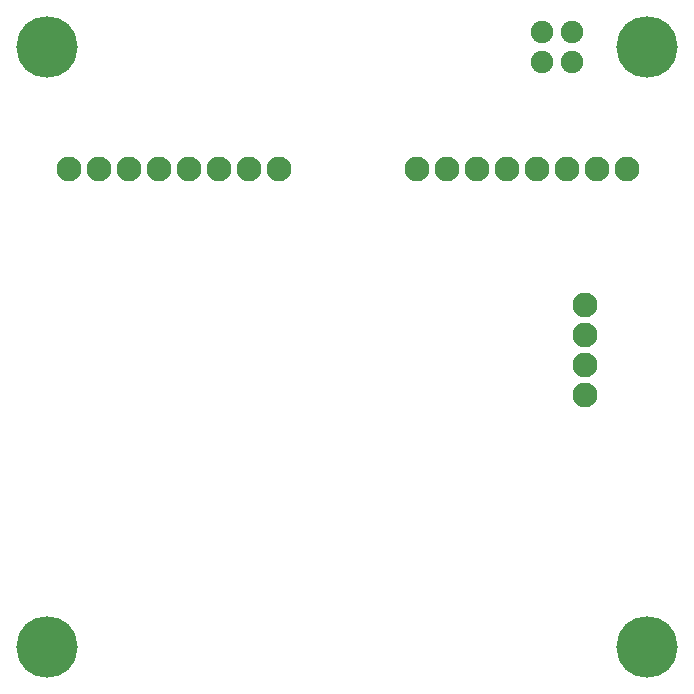
<source format=gbs>
G04 Layer: BottomSolderMaskLayer*
G04 EasyEDA v6.5.29, 2023-07-18 11:26:45*
G04 0e0841ef75bd4e45b21b8c444bb64f86,5a6b42c53f6a479593ecc07194224c93,10*
G04 Gerber Generator version 0.2*
G04 Scale: 100 percent, Rotated: No, Reflected: No *
G04 Dimensions in millimeters *
G04 leading zeros omitted , absolute positions ,4 integer and 5 decimal *
%FSLAX45Y45*%
%MOMM*%

%ADD10C,5.2032*%
%ADD11C,2.1016*%
%ADD12C,1.9016*%

%LPD*%
D10*
G01*
X5461000Y381000D03*
G01*
X381000Y381000D03*
G01*
X381000Y5461000D03*
G01*
X5461000Y5461000D03*
D11*
G01*
X4931206Y2512187D03*
G01*
X4931206Y2766187D03*
G01*
X4931206Y3020187D03*
G01*
X3507993Y4423206D03*
G01*
X3761993Y4423206D03*
G01*
X4015993Y4423206D03*
G01*
X4269993Y4423206D03*
G01*
X4523993Y4423206D03*
G01*
X4777993Y4423206D03*
G01*
X5031993Y4423206D03*
G01*
X5285993Y4423206D03*
G01*
X2339593Y4423206D03*
G01*
X2085593Y4423206D03*
G01*
X1831594Y4423206D03*
G01*
X1577594Y4423206D03*
G01*
X1323594Y4423206D03*
G01*
X1069594Y4423206D03*
G01*
X815594Y4423206D03*
G01*
X561594Y4423206D03*
D12*
G01*
X4826000Y5588000D03*
G01*
X4826000Y5334000D03*
G01*
X4572000Y5334000D03*
G01*
X4572000Y5588000D03*
D11*
G01*
X4931206Y3274187D03*
M02*

</source>
